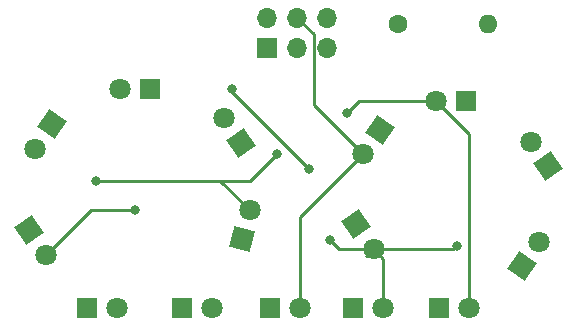
<source format=gbr>
%TF.GenerationSoftware,KiCad,Pcbnew,7.0.9*%
%TF.CreationDate,2024-02-16T19:17:06-08:00*%
%TF.ProjectId,DC32_Cassette_SAO,44433332-5f43-4617-9373-657474655f53,rev?*%
%TF.SameCoordinates,Original*%
%TF.FileFunction,Copper,L1,Top*%
%TF.FilePolarity,Positive*%
%FSLAX46Y46*%
G04 Gerber Fmt 4.6, Leading zero omitted, Abs format (unit mm)*
G04 Created by KiCad (PCBNEW 7.0.9) date 2024-02-16 19:17:06*
%MOMM*%
%LPD*%
G01*
G04 APERTURE LIST*
G04 Aperture macros list*
%AMRotRect*
0 Rectangle, with rotation*
0 The origin of the aperture is its center*
0 $1 length*
0 $2 width*
0 $3 Rotation angle, in degrees counterclockwise*
0 Add horizontal line*
21,1,$1,$2,0,0,$3*%
G04 Aperture macros list end*
%TA.AperFunction,ComponentPad*%
%ADD10R,1.800000X1.800000*%
%TD*%
%TA.AperFunction,ComponentPad*%
%ADD11C,1.800000*%
%TD*%
%TA.AperFunction,ComponentPad*%
%ADD12RotRect,1.800000X1.800000X125.000000*%
%TD*%
%TA.AperFunction,ComponentPad*%
%ADD13RotRect,1.800000X1.800000X305.000000*%
%TD*%
%TA.AperFunction,ComponentPad*%
%ADD14RotRect,1.800000X1.800000X235.000000*%
%TD*%
%TA.AperFunction,ComponentPad*%
%ADD15RotRect,1.800000X1.800000X55.000000*%
%TD*%
%TA.AperFunction,ComponentPad*%
%ADD16RotRect,1.800000X1.800000X75.000000*%
%TD*%
%TA.AperFunction,ComponentPad*%
%ADD17C,1.600000*%
%TD*%
%TA.AperFunction,ComponentPad*%
%ADD18O,1.600000X1.600000*%
%TD*%
%TA.AperFunction,ComponentPad*%
%ADD19R,1.700000X1.700000*%
%TD*%
%TA.AperFunction,ComponentPad*%
%ADD20O,1.700000X1.700000*%
%TD*%
%TA.AperFunction,ViaPad*%
%ADD21C,0.800000*%
%TD*%
%TA.AperFunction,Conductor*%
%ADD22C,0.250000*%
%TD*%
G04 APERTURE END LIST*
D10*
%TO.P,D3,1,K*%
%TO.N,GND*%
X138000000Y-89500000D03*
D11*
%TO.P,D3,2,A*%
%TO.N,Net-(D12-A)*%
X135460000Y-89500000D03*
%TD*%
D12*
%TO.P,D12,1,K*%
%TO.N,GND*%
X171731310Y-96044419D03*
D11*
%TO.P,D12,2,A*%
%TO.N,Net-(D12-A)*%
X170274426Y-93963773D03*
%TD*%
D10*
%TO.P,D8,1,K*%
%TO.N,GND*%
X148225000Y-108000000D03*
D11*
%TO.P,D8,2,A*%
%TO.N,Net-(D11-A)*%
X150765000Y-108000000D03*
%TD*%
%TO.P,D5,2,A*%
%TO.N,Net-(D11-A)*%
X129225574Y-103536227D03*
D13*
%TO.P,D5,1,K*%
%TO.N,GND*%
X127768690Y-101455581D03*
%TD*%
D14*
%TO.P,D14,1,K*%
%TO.N,GND*%
X157500000Y-92955581D03*
D11*
%TO.P,D14,2,A*%
%TO.N,Net-(D11-A)*%
X156043116Y-95036227D03*
%TD*%
D10*
%TO.P,D6,1,K*%
%TO.N,GND*%
X132725000Y-108000000D03*
D11*
%TO.P,D6,2,A*%
%TO.N,Net-(D12-A)*%
X135265000Y-108000000D03*
%TD*%
D14*
%TO.P,D4,1,K*%
%TO.N,GND*%
X129731310Y-92455581D03*
D11*
%TO.P,D4,2,A*%
%TO.N,Net-(D1-A)*%
X128274426Y-94536227D03*
%TD*%
D15*
%TO.P,D11,1,K*%
%TO.N,GND*%
X169500000Y-104500000D03*
D11*
%TO.P,D11,2,A*%
%TO.N,Net-(D11-A)*%
X170956884Y-102419354D03*
%TD*%
D10*
%TO.P,D9,1,K*%
%TO.N,GND*%
X155225000Y-108000000D03*
D11*
%TO.P,D9,2,A*%
%TO.N,Net-(D12-A)*%
X157765000Y-108000000D03*
%TD*%
D10*
%TO.P,D13,1,K*%
%TO.N,GND*%
X164775000Y-90500000D03*
D11*
%TO.P,D13,2,A*%
%TO.N,Net-(D1-A)*%
X162235000Y-90500000D03*
%TD*%
D10*
%TO.P,D7,1,K*%
%TO.N,GND*%
X140725000Y-108000000D03*
D11*
%TO.P,D7,2,A*%
%TO.N,Net-(D1-A)*%
X143265000Y-108000000D03*
%TD*%
%TO.P,D2,2,A*%
%TO.N,Net-(D11-A)*%
X144274426Y-91963773D03*
D12*
%TO.P,D2,1,K*%
%TO.N,GND*%
X145731310Y-94044419D03*
%TD*%
D16*
%TO.P,D1,1,K*%
%TO.N,GND*%
X145862500Y-102231555D03*
D11*
%TO.P,D1,2,A*%
%TO.N,Net-(D1-A)*%
X146519900Y-99778103D03*
%TD*%
D13*
%TO.P,D15,1,K*%
%TO.N,GND*%
X155500000Y-100955581D03*
D11*
%TO.P,D15,2,A*%
%TO.N,Net-(D12-A)*%
X156956884Y-103036227D03*
%TD*%
D10*
%TO.P,D10,1,K*%
%TO.N,GND*%
X162460000Y-108000000D03*
D11*
%TO.P,D10,2,A*%
%TO.N,Net-(D1-A)*%
X165000000Y-108000000D03*
%TD*%
D17*
%TO.P,R1,1*%
%TO.N,Net-(J1-Pin_6)*%
X159000000Y-84000000D03*
D18*
%TO.P,R1,2*%
%TO.N,GND*%
X166620000Y-84000000D03*
%TD*%
D19*
%TO.P,J1,1,Pin_1*%
%TO.N,unconnected-(J1-Pin_1-Pad1)*%
X147975000Y-86000000D03*
D20*
%TO.P,J1,2,Pin_2*%
%TO.N,Net-(D12-A)*%
X147975000Y-83460000D03*
%TO.P,J1,3,Pin_3*%
%TO.N,Net-(D1-A)*%
X150515000Y-86000000D03*
%TO.P,J1,4,Pin_4*%
%TO.N,Net-(D11-A)*%
X150515000Y-83460000D03*
%TO.P,J1,5,Pin_5*%
%TO.N,unconnected-(J1-Pin_5-Pad5)*%
X153055000Y-86000000D03*
%TO.P,J1,6,Pin_6*%
%TO.N,Net-(J1-Pin_6)*%
X153055000Y-83460000D03*
%TD*%
D21*
%TO.N,Net-(D12-A)*%
X145000000Y-89500000D03*
X151500000Y-96250000D03*
X153250000Y-102250000D03*
X164000000Y-102750000D03*
%TO.N,Net-(D1-A)*%
X154750000Y-91500000D03*
X148750000Y-95000000D03*
X133500000Y-97250000D03*
%TO.N,Net-(D11-A)*%
X136750000Y-99750000D03*
%TD*%
D22*
%TO.N,Net-(D12-A)*%
X145000000Y-89750000D02*
X145000000Y-89500000D01*
X151500000Y-96250000D02*
X145000000Y-89750000D01*
X154036227Y-103036227D02*
X153250000Y-102250000D01*
X156956884Y-103036227D02*
X154036227Y-103036227D01*
%TO.N,Net-(D11-A)*%
X150765000Y-100314343D02*
X156043116Y-95036227D01*
X150765000Y-108000000D02*
X150765000Y-100314343D01*
%TO.N,Net-(D12-A)*%
X163713773Y-103036227D02*
X164000000Y-102750000D01*
X156956884Y-103036227D02*
X163713773Y-103036227D01*
X157765000Y-103844343D02*
X156956884Y-103036227D01*
X157765000Y-108000000D02*
X157765000Y-103844343D01*
%TO.N,Net-(D1-A)*%
X165000000Y-93265000D02*
X162235000Y-90500000D01*
X165000000Y-108000000D02*
X165000000Y-93265000D01*
X155750000Y-90500000D02*
X154750000Y-91500000D01*
X162235000Y-90500000D02*
X155750000Y-90500000D01*
%TO.N,Net-(D11-A)*%
X151880000Y-84825000D02*
X150515000Y-83460000D01*
X151880000Y-90873111D02*
X151880000Y-84825000D01*
X156043116Y-95036227D02*
X151880000Y-90873111D01*
%TO.N,Net-(D1-A)*%
X148750000Y-95000000D02*
X146500000Y-97250000D01*
X146500000Y-97250000D02*
X143991797Y-97250000D01*
X133500000Y-97250000D02*
X143991797Y-97250000D01*
X143991797Y-97250000D02*
X146519900Y-99778103D01*
%TO.N,Net-(D11-A)*%
X136750000Y-99750000D02*
X133011801Y-99750000D01*
X133011801Y-99750000D02*
X129225574Y-103536227D01*
%TO.N,Net-(D12-A)*%
X156334286Y-103658825D02*
X156956884Y-103036227D01*
X135460000Y-107805000D02*
X135265000Y-108000000D01*
%TD*%
M02*

</source>
